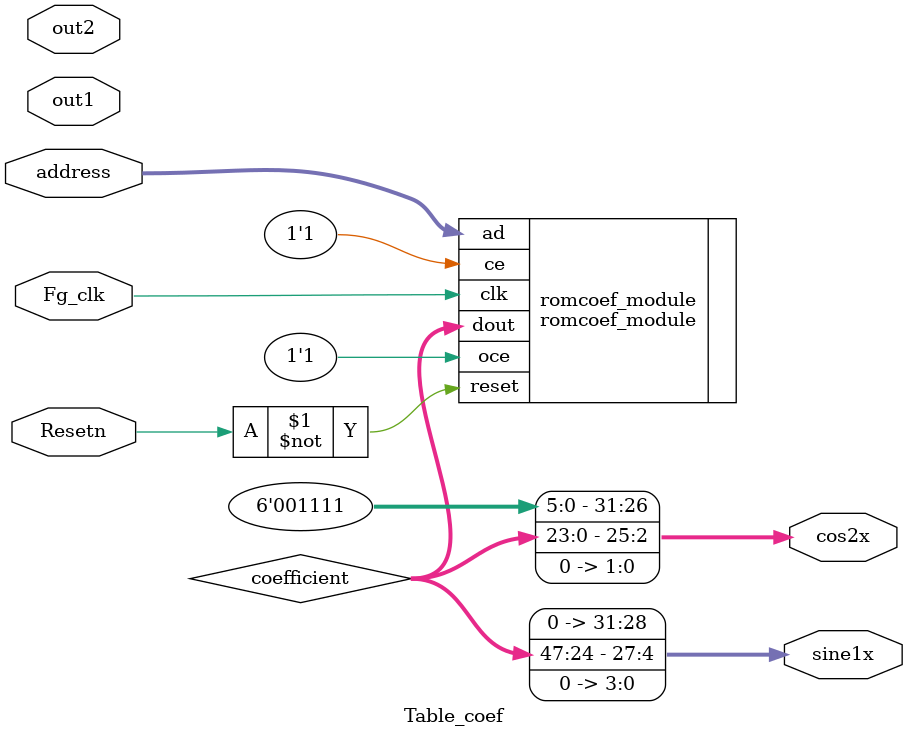
<source format=v>
module Table_coef (
  input Fg_clk,
  input Resetn,
  input [10:0] address,
  input [31:0] out1,
  input [31:0] out2,
  output [31:0] sine1x,
  output [31:0] cos2x
);

  wire [47:0] coefficient;
  // Instantiate the ROM module
  romcoef_module romcoef_module(
    .dout(coefficient),
    .clk(Fg_clk),
    .oce(1'b1),         // Output clock enable is set to 0
    .ce(1'b1),         // Use binary literals for consistency
    .reset(~Resetn),
    .ad(address)
  );

  // Assign outputs with bit manipulation
  assign sine1x = {4'b0000, coefficient[47:24], 4'b0000};
  assign cos2x = {6'b001111, coefficient[23:0], 2'b00};

  

endmodule
</source>
